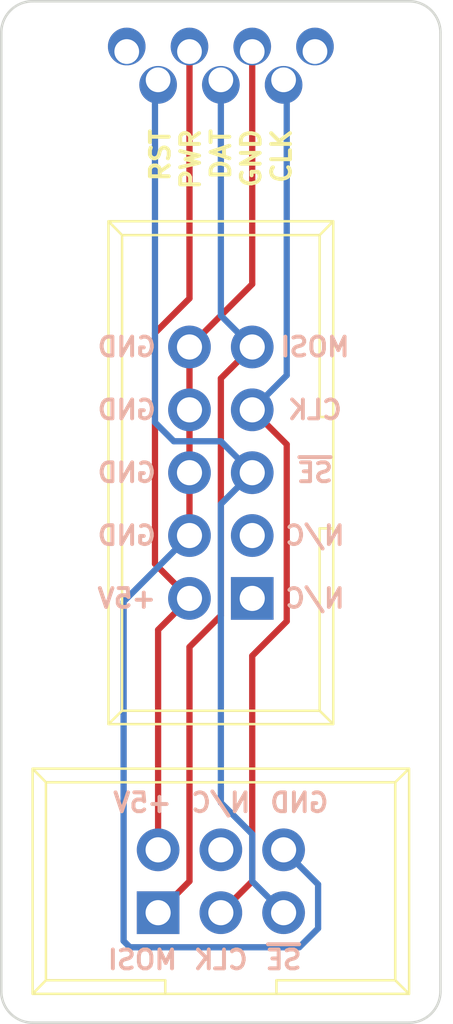
<source format=kicad_pcb>
(kicad_pcb (version 20171130) (host pcbnew "(5.1.2)-1")

  (general
    (thickness 1.6)
    (drawings 25)
    (tracks 50)
    (zones 0)
    (modules 9)
    (nets 9)
  )

  (page USLetter)
  (layers
    (0 F.Cu signal)
    (31 B.Cu signal)
    (36 B.SilkS user)
    (37 F.SilkS user)
    (38 B.Mask user hide)
    (39 F.Mask user hide)
    (40 Dwgs.User user hide)
    (41 Cmts.User user hide)
    (44 Edge.Cuts user)
    (45 Margin user)
    (46 B.CrtYd user)
    (47 F.CrtYd user)
  )

  (setup
    (last_trace_width 0.254)
    (trace_clearance 0.2032)
    (zone_clearance 0.3556)
    (zone_45_only no)
    (trace_min 0.2)
    (via_size 0.6096)
    (via_drill 0.4064)
    (via_min_size 0.4)
    (via_min_drill 0.3)
    (uvia_size 0.3048)
    (uvia_drill 0.1016)
    (uvias_allowed no)
    (uvia_min_size 0.2)
    (uvia_min_drill 0.1)
    (edge_width 0.1016)
    (segment_width 0.1016)
    (pcb_text_width 0.3)
    (pcb_text_size 1.5 1.5)
    (mod_edge_width 0.15)
    (mod_text_size 1 1)
    (mod_text_width 0.15)
    (pad_size 1.524 1.524)
    (pad_drill 1)
    (pad_to_mask_clearance 0.0508)
    (solder_mask_min_width 0.25)
    (aux_axis_origin 0 0)
    (visible_elements 7FFFFF7F)
    (pcbplotparams
      (layerselection 0x010f0_ffffffff)
      (usegerberextensions false)
      (usegerberattributes false)
      (usegerberadvancedattributes false)
      (creategerberjobfile false)
      (excludeedgelayer true)
      (linewidth 0.304800)
      (plotframeref false)
      (viasonmask false)
      (mode 1)
      (useauxorigin false)
      (hpglpennumber 1)
      (hpglpenspeed 20)
      (hpglpendiameter 15.000000)
      (psnegative false)
      (psa4output false)
      (plotreference true)
      (plotvalue true)
      (plotinvisibletext false)
      (padsonsilk false)
      (subtractmaskfromsilk false)
      (outputformat 1)
      (mirror false)
      (drillshape 0)
      (scaleselection 1)
      (outputdirectory "gerbs/"))
  )

  (net 0 "")
  (net 1 /pwr)
  (net 2 /att_reset)
  (net 3 /att_data)
  (net 4 GNDREF)
  (net 5 /att_clk)
  (net 6 "Net-(CON1-Pad4)")
  (net 7 "Net-(CON2-Pad1)")
  (net 8 "Net-(CON2-Pad3)")

  (net_class Default "This is the default net class."
    (clearance 0.2032)
    (trace_width 0.254)
    (via_dia 0.6096)
    (via_drill 0.4064)
    (uvia_dia 0.3048)
    (uvia_drill 0.1016)
    (add_net /att_clk)
    (add_net /att_data)
    (add_net /att_reset)
    (add_net /pwr)
    (add_net GNDREF)
    (add_net "Net-(CON1-Pad4)")
    (add_net "Net-(CON2-Pad1)")
    (add_net "Net-(CON2-Pad3)")
  )

  (net_class PWR ""
    (clearance 0.3048)
    (trace_width 0.4064)
    (via_dia 0.6096)
    (via_drill 0.4064)
    (uvia_dia 0.3048)
    (uvia_drill 0.1016)
  )

  (net_class Thick ""
    (clearance 0.3048)
    (trace_width 0.8128)
    (via_dia 0.6096)
    (via_drill 0.4064)
    (uvia_dia 0.3048)
    (uvia_drill 0.1016)
  )

  (module Mounting_Holes:MountingHole_3.2mm_M3 (layer F.Cu) (tedit 5CD0E3C3) (tstamp 5CAC1E43)
    (at 34.544 40.64)
    (descr "Mounting Hole 3.2mm, no annular, M3")
    (tags "mounting hole 3.2mm no annular m3")
    (attr virtual)
    (fp_text reference HOLE4 (at 0 -4.2) (layer F.SilkS) hide
      (effects (font (size 1 1) (thickness 0.15)))
    )
    (fp_text value MountingHole_3.2mm_M3 (at 0 4.2) (layer F.Fab)
      (effects (font (size 1 1) (thickness 0.15)))
    )
    (fp_circle (center 0 0) (end 1.905 0) (layer F.CrtYd) (width 0.05))
    (fp_circle (center 0 0) (end 1.778 0) (layer Cmts.User) (width 0.15))
    (fp_text user %R (at 0.3 0) (layer F.Fab)
      (effects (font (size 1 1) (thickness 0.15)))
    )
    (pad "" np_thru_hole circle (at 0 0) (size 2.999999 2.999999) (drill 2.999999) (layers *.Cu *.Mask))
  )

  (module Connectors:IDC_Header_Straight_6pins (layer F.Cu) (tedit 5CD0E00C) (tstamp 5CD0FAFA)
    (at 25.4 48.895)
    (descr "6 pins through hole IDC header")
    (tags "IDC header socket VASCH AVR ISP")
    (path /5CD0E261)
    (fp_text reference CON1 (at 3 -7.5) (layer F.SilkS) hide
      (effects (font (size 1 1) (thickness 0.15)))
    )
    (fp_text value AVR-TPI-6 (at 3 5) (layer F.Fab)
      (effects (font (size 1 1) (thickness 0.15)))
    )
    (fp_line (start -5.08 -5.82) (end 10.16 -5.82) (layer F.SilkS) (width 0.1))
    (fp_line (start -4.54 -5.27) (end 9.6 -5.27) (layer F.SilkS) (width 0.1))
    (fp_line (start -5.08 3.28) (end 10.16 3.28) (layer F.SilkS) (width 0.1))
    (fp_line (start -4.54 2.73) (end 0.29 2.73) (layer F.SilkS) (width 0.1))
    (fp_line (start 4.79 2.73) (end 9.6 2.73) (layer F.SilkS) (width 0.1))
    (fp_line (start 0.29 2.73) (end 0.29 3.28) (layer F.SilkS) (width 0.1))
    (fp_line (start 4.79 2.73) (end 4.79 3.28) (layer F.SilkS) (width 0.1))
    (fp_line (start -5.08 -5.82) (end -5.08 3.28) (layer F.SilkS) (width 0.1))
    (fp_line (start -4.54 -5.27) (end -4.54 2.73) (layer F.SilkS) (width 0.1))
    (fp_line (start 10.16 -5.82) (end 10.16 3.28) (layer F.SilkS) (width 0.1))
    (fp_line (start 9.6 -5.27) (end 9.6 2.73) (layer F.SilkS) (width 0.1))
    (fp_line (start -5.08 -5.82) (end -4.54 -5.27) (layer F.SilkS) (width 0.1))
    (fp_line (start 10.16 -5.82) (end 9.6 -5.27) (layer F.SilkS) (width 0.1))
    (fp_line (start -5.08 3.28) (end -4.54 2.73) (layer F.SilkS) (width 0.1))
    (fp_line (start 10.16 3.28) (end 9.6 2.73) (layer F.SilkS) (width 0.1))
    (fp_line (start -5.58 -6.32) (end 10.66 -6.32) (layer F.CrtYd) (width 0.05))
    (fp_line (start 10.66 -6.32) (end 10.66 3.78) (layer F.CrtYd) (width 0.05))
    (fp_line (start 10.66 3.78) (end -5.58 3.78) (layer F.CrtYd) (width 0.05))
    (fp_line (start -5.58 3.78) (end -5.58 -6.32) (layer F.CrtYd) (width 0.05))
    (fp_text user 1 (at 0.02 1.72) (layer F.SilkS) hide
      (effects (font (size 1 1) (thickness 0.12)))
    )
    (pad 1 thru_hole rect (at 0 0) (size 1.7272 1.7272) (drill 1.016) (layers *.Cu *.Mask)
      (net 3 /att_data))
    (pad 2 thru_hole oval (at 0 -2.54) (size 1.7272 1.7272) (drill 1.016) (layers *.Cu *.Mask)
      (net 1 /pwr))
    (pad 3 thru_hole oval (at 2.54 0) (size 1.7272 1.7272) (drill 1.016) (layers *.Cu *.Mask)
      (net 5 /att_clk))
    (pad 4 thru_hole oval (at 2.54 -2.54) (size 1.7272 1.7272) (drill 1.016) (layers *.Cu *.Mask)
      (net 6 "Net-(CON1-Pad4)"))
    (pad 5 thru_hole oval (at 5.08 0) (size 1.7272 1.7272) (drill 1.016) (layers *.Cu *.Mask)
      (net 2 /att_reset))
    (pad 6 thru_hole oval (at 5.08 -2.54) (size 1.7272 1.7272) (drill 1.016) (layers *.Cu *.Mask)
      (net 4 GNDREF))
  )

  (module Connectors:IDC_Header_Straight_10pins (layer F.Cu) (tedit 5CD0DF74) (tstamp 5CD0FA8F)
    (at 29.21 36.195 90)
    (descr "10 pins through hole IDC header")
    (tags "IDC header socket VASCH")
    (path /5CD0E990)
    (fp_text reference CON2 (at 5.08 -7.62 90) (layer F.SilkS) hide
      (effects (font (size 1 1) (thickness 0.15)))
    )
    (fp_text value AVR-ISP-10 (at 5.08 5.223 90) (layer F.Fab)
      (effects (font (size 1 1) (thickness 0.15)))
    )
    (fp_line (start -5.08 -5.82) (end 15.24 -5.82) (layer F.SilkS) (width 0.1))
    (fp_line (start -4.54 -5.27) (end 14.68 -5.27) (layer F.SilkS) (width 0.1))
    (fp_line (start -5.08 3.28) (end 15.24 3.28) (layer F.SilkS) (width 0.1))
    (fp_line (start -4.54 2.73) (end 2.83 2.73) (layer F.SilkS) (width 0.1))
    (fp_line (start 7.33 2.73) (end 14.68 2.73) (layer F.SilkS) (width 0.1))
    (fp_line (start 2.83 2.73) (end 2.83 3.28) (layer F.SilkS) (width 0.1))
    (fp_line (start 7.33 2.73) (end 7.33 3.28) (layer F.SilkS) (width 0.1))
    (fp_line (start -5.08 -5.82) (end -5.08 3.28) (layer F.SilkS) (width 0.1))
    (fp_line (start -4.54 -5.27) (end -4.54 2.73) (layer F.SilkS) (width 0.1))
    (fp_line (start 15.24 -5.82) (end 15.24 3.28) (layer F.SilkS) (width 0.1))
    (fp_line (start 14.68 -5.27) (end 14.68 2.73) (layer F.SilkS) (width 0.1))
    (fp_line (start -5.08 -5.82) (end -4.54 -5.27) (layer F.SilkS) (width 0.1))
    (fp_line (start 15.24 -5.82) (end 14.68 -5.27) (layer F.SilkS) (width 0.1))
    (fp_line (start -5.08 3.28) (end -4.54 2.73) (layer F.SilkS) (width 0.1))
    (fp_line (start 15.24 3.28) (end 14.68 2.73) (layer F.SilkS) (width 0.1))
    (fp_line (start -5.58 -6.32) (end 15.74 -6.32) (layer F.CrtYd) (width 0.05))
    (fp_line (start 15.74 -6.32) (end 15.74 3.78) (layer F.CrtYd) (width 0.05))
    (fp_line (start 15.74 3.78) (end -5.58 3.78) (layer F.CrtYd) (width 0.05))
    (fp_line (start -5.58 3.78) (end -5.58 -6.32) (layer F.CrtYd) (width 0.05))
    (fp_text user 1 (at 0.02 1.72 90) (layer F.SilkS) hide
      (effects (font (size 1 1) (thickness 0.12)))
    )
    (pad 1 thru_hole rect (at 0 0 90) (size 1.7272 1.7272) (drill 1.016) (layers *.Cu *.Mask)
      (net 7 "Net-(CON2-Pad1)"))
    (pad 2 thru_hole oval (at 0 -2.54 90) (size 1.7272 1.7272) (drill 1.016) (layers *.Cu *.Mask)
      (net 1 /pwr))
    (pad 3 thru_hole oval (at 2.54 0 90) (size 1.7272 1.7272) (drill 1.016) (layers *.Cu *.Mask)
      (net 8 "Net-(CON2-Pad3)"))
    (pad 4 thru_hole oval (at 2.54 -2.54 90) (size 1.7272 1.7272) (drill 1.016) (layers *.Cu *.Mask)
      (net 4 GNDREF))
    (pad 5 thru_hole oval (at 5.08 0 90) (size 1.7272 1.7272) (drill 1.016) (layers *.Cu *.Mask)
      (net 2 /att_reset))
    (pad 6 thru_hole oval (at 5.08 -2.54 90) (size 1.7272 1.7272) (drill 1.016) (layers *.Cu *.Mask)
      (net 4 GNDREF))
    (pad 7 thru_hole oval (at 7.62 0 90) (size 1.7272 1.7272) (drill 1.016) (layers *.Cu *.Mask)
      (net 5 /att_clk))
    (pad 8 thru_hole oval (at 7.62 -2.54 90) (size 1.7272 1.7272) (drill 1.016) (layers *.Cu *.Mask)
      (net 4 GNDREF))
    (pad 9 thru_hole oval (at 10.16 0 90) (size 1.7272 1.7272) (drill 1.016) (layers *.Cu *.Mask)
      (net 3 /att_data))
    (pad 10 thru_hole oval (at 10.16 -2.54 90) (size 1.7272 1.7272) (drill 1.016) (layers *.Cu *.Mask)
      (net 4 GNDREF))
  )

  (module Wire_Pads:SolderWirePad_single_1mmDrill (layer F.Cu) (tedit 5CE1FE87) (tstamp 5CC60BEB)
    (at 31.75 14.097 90)
    (fp_text reference HOLE6 (at 0 -3.81 90) (layer F.SilkS) hide
      (effects (font (size 1 1) (thickness 0.15)))
    )
    (fp_text value SolderWirePad_single_1mmDrill (at -1.905 3.175 90) (layer F.Fab)
      (effects (font (size 1 1) (thickness 0.15)))
    )
    (pad 1 thru_hole oval (at 0 0 90) (size 1.524 1.524) (drill 1 (offset 0.2032 0)) (layers *.Cu *.Mask))
  )

  (module Mounting_Holes:MountingHole_3.2mm_M3 (layer F.Cu) (tedit 5CABC135) (tstamp 5CAC1F8E)
    (at 33.655 18.415)
    (descr "Mounting Hole 3.2mm, no annular, M3")
    (tags "mounting hole 3.2mm no annular m3")
    (attr virtual)
    (fp_text reference HOLE2 (at 0 -4.2) (layer F.SilkS) hide
      (effects (font (size 1 1) (thickness 0.15)))
    )
    (fp_text value MountingHole_3.2mm_M3 (at 0 4.2) (layer F.Fab)
      (effects (font (size 1 1) (thickness 0.15)))
    )
    (fp_circle (center 0 0) (end 1.905 0) (layer F.CrtYd) (width 0.05))
    (fp_circle (center 0 0) (end 1.778 0) (layer Cmts.User) (width 0.15))
    (fp_text user %R (at 0.3 0) (layer F.Fab)
      (effects (font (size 1 1) (thickness 0.15)))
    )
    (pad "" np_thru_hole circle (at 0 0) (size 3 3) (drill 3) (layers *.Cu *.Mask))
  )

  (module Mounting_Holes:MountingHole_3.2mm_M3 (layer F.Cu) (tedit 5CABC135) (tstamp 5CD10F46)
    (at 21.336 40.64)
    (descr "Mounting Hole 3.2mm, no annular, M3")
    (tags "mounting hole 3.2mm no annular m3")
    (attr virtual)
    (fp_text reference HOLE3 (at 0 -4.2) (layer F.SilkS) hide
      (effects (font (size 1 1) (thickness 0.15)))
    )
    (fp_text value MountingHole_3.2mm_M3 (at 0 4.2) (layer F.Fab)
      (effects (font (size 1 1) (thickness 0.15)))
    )
    (fp_text user %R (at 0.3 0) (layer F.Fab)
      (effects (font (size 1 1) (thickness 0.15)))
    )
    (fp_circle (center 0 0) (end 1.778 0) (layer Cmts.User) (width 0.15))
    (fp_circle (center 0 0) (end 1.905 0) (layer F.CrtYd) (width 0.05))
    (pad "" np_thru_hole circle (at 0 0) (size 3 3) (drill 3) (layers *.Cu *.Mask))
  )

  (module Mounting_Holes:MountingHole_3.2mm_M3 (layer F.Cu) (tedit 5CABC135) (tstamp 5CAC1D20)
    (at 22.225 18.415)
    (descr "Mounting Hole 3.2mm, no annular, M3")
    (tags "mounting hole 3.2mm no annular m3")
    (attr virtual)
    (fp_text reference HOLE1 (at 0 -4.2) (layer F.SilkS) hide
      (effects (font (size 1 1) (thickness 0.15)))
    )
    (fp_text value MountingHole_3.2mm_M3 (at 0 4.2) (layer F.Fab)
      (effects (font (size 1 1) (thickness 0.15)))
    )
    (fp_text user %R (at 0.3 0) (layer F.Fab)
      (effects (font (size 1 1) (thickness 0.15)))
    )
    (fp_circle (center 0 0) (end 1.778 0) (layer Cmts.User) (width 0.15))
    (fp_circle (center 0 0) (end 1.905 0) (layer F.CrtYd) (width 0.05))
    (pad "" np_thru_hole circle (at 0 0) (size 3 3) (drill 3) (layers *.Cu *.Mask))
  )

  (module SMOL_footprints:edgeconn (layer F.Cu) (tedit 5CC60A11) (tstamp 5CAC0BA6)
    (at 25.4 14.605 90)
    (descr "Through hole straight pin header, 1x06, 2.00mm pitch, single row")
    (tags "Through hole pin header THT 1x06 2.00mm single row")
    (path /5BDCB3F8)
    (fp_text reference J2 (at 0 -2.06 90) (layer F.SilkS) hide
      (effects (font (size 1 1) (thickness 0.15)))
    )
    (fp_text value Conn_01x05 (at 0.127 6.35 90) (layer F.Fab)
      (effects (font (size 1 1) (thickness 0.15)))
    )
    (fp_line (start -1.5 -0.611) (end -1.5 5.658) (layer F.CrtYd) (width 0.05))
    (fp_line (start -1.5 5.658) (end 1.5 5.658) (layer F.CrtYd) (width 0.05))
    (fp_line (start 1.5 5.658) (end 1.5 -0.611) (layer F.CrtYd) (width 0.05))
    (fp_line (start 1.5 -0.611) (end -1.5 -0.611) (layer F.CrtYd) (width 0.05))
    (fp_text user %R (at 0 -2.06 90) (layer F.Fab)
      (effects (font (size 1 1) (thickness 0.15)))
    )
    (pad 1 thru_hole oval (at -0.635 0 90) (size 1.524 1.524) (drill 1 (offset -0.2032 0)) (layers *.Cu *.Mask)
      (net 2 /att_reset))
    (pad 2 thru_hole oval (at 0.508 1.27 90) (size 1.524 1.524) (drill 1 (offset 0.2032 0)) (layers *.Cu *.Mask)
      (net 1 /pwr))
    (pad 3 thru_hole oval (at -0.635 2.54 90) (size 1.524 1.524) (drill 1 (offset -0.2032 0)) (layers *.Cu *.Mask)
      (net 3 /att_data))
    (pad 4 thru_hole oval (at 0.508 3.81 90) (size 1.524 1.524) (drill 1 (offset 0.2032 0)) (layers *.Cu *.Mask)
      (net 4 GNDREF))
    (pad 5 thru_hole oval (at -0.635 5.08 90) (size 1.524 1.524) (drill 1 (offset -0.2032 0)) (layers *.Cu *.Mask)
      (net 5 /att_clk))
    (model ${KISYS3DMOD}/Pin_Headers.3dshapes/Pin_Header_Straight_1x06_Pitch2.00mm.wrl
      (at (xyz 0 0 0))
      (scale (xyz 1 1 1))
      (rotate (xyz 0 0 0))
    )
  )

  (module Wire_Pads:SolderWirePad_single_1mmDrill (layer F.Cu) (tedit 5CE1FE52) (tstamp 5CC608EC)
    (at 24.13 14.097 90)
    (fp_text reference HOLE5 (at 0 -3.81 90) (layer F.SilkS) hide
      (effects (font (size 1 1) (thickness 0.15)))
    )
    (fp_text value SolderWirePad_single_1mmDrill (at -1.905 3.175 90) (layer F.Fab)
      (effects (font (size 1 1) (thickness 0.15)))
    )
    (pad 1 thru_hole oval (at 0 0 90) (size 1.524 1.524) (drill 1 (offset 0.2032 0)) (layers *.Cu *.Mask))
  )

  (gr_text CLK (at 31.75 28.575) (layer B.SilkS) (tstamp 5CD112AD)
    (effects (font (size 0.762 0.762) (thickness 0.15875)) (justify mirror))
  )
  (gr_text MOSI (at 31.75 26.035) (layer B.SilkS) (tstamp 5CD11249)
    (effects (font (size 0.762 0.762) (thickness 0.15875)) (justify mirror))
  )
  (gr_text ~SE (at 31.75 31.115) (layer B.SilkS) (tstamp 5CD11229)
    (effects (font (size 0.762 0.762) (thickness 0.15875)) (justify mirror))
  )
  (gr_text N/C (at 31.75 36.195) (layer B.SilkS) (tstamp 5CD11209)
    (effects (font (size 0.762 0.762) (thickness 0.15875)) (justify mirror))
  )
  (gr_text N/C (at 31.75 33.655) (layer B.SilkS) (tstamp 5CD111C3)
    (effects (font (size 0.762 0.762) (thickness 0.15875)) (justify mirror))
  )
  (gr_text +5V (at 24.13 36.195) (layer B.SilkS) (tstamp 5CD111A3)
    (effects (font (size 0.762 0.762) (thickness 0.15875)) (justify mirror))
  )
  (gr_text GND (at 24.13 26.035) (layer B.SilkS) (tstamp 5CD11183)
    (effects (font (size 0.762 0.762) (thickness 0.15875)) (justify mirror))
  )
  (gr_text GND (at 24.13 28.575) (layer B.SilkS) (tstamp 5CD11181)
    (effects (font (size 0.762 0.762) (thickness 0.15875)) (justify mirror))
  )
  (gr_text GND (at 24.13 31.115) (layer B.SilkS) (tstamp 5CD1117F)
    (effects (font (size 0.762 0.762) (thickness 0.15875)) (justify mirror))
  )
  (gr_text GND (at 24.13 33.655) (layer B.SilkS) (tstamp 5CD1117D)
    (effects (font (size 0.762 0.762) (thickness 0.15875)) (justify mirror))
  )
  (gr_text CLK (at 27.94 50.8) (layer B.SilkS) (tstamp 5CD1105C)
    (effects (font (size 0.762 0.762) (thickness 0.15875)) (justify mirror))
  )
  (gr_text ~SE (at 30.48 50.8) (layer B.SilkS) (tstamp 5CD11039)
    (effects (font (size 0.762 0.762) (thickness 0.15875)) (justify mirror))
  )
  (gr_text N/C (at 27.94 44.45) (layer B.SilkS) (tstamp 5CC40496)
    (effects (font (size 0.762 0.762) (thickness 0.15875)) (justify mirror))
  )
  (gr_text MOSI (at 24.765 50.8) (layer B.SilkS) (tstamp 5CC4048D)
    (effects (font (size 0.762 0.762) (thickness 0.15875)) (justify mirror))
  )
  (gr_text +5V (at 24.765 44.45) (layer B.SilkS) (tstamp 5CC40487)
    (effects (font (size 0.762 0.762) (thickness 0.15875)) (justify mirror))
  )
  (gr_text GND (at 31.115 44.45) (layer B.SilkS) (tstamp 5CC4047E)
    (effects (font (size 0.762 0.762) (thickness 0.15875)) (justify mirror))
  )
  (gr_arc (start 20.32 52.07) (end 19.05 52.07) (angle -90) (layer Edge.Cuts) (width 0.1016))
  (gr_arc (start 35.56 52.07) (end 35.56 53.34) (angle -90) (layer Edge.Cuts) (width 0.1016))
  (gr_arc (start 35.56 13.335) (end 36.83 13.335) (angle -90) (layer Edge.Cuts) (width 0.1016))
  (gr_arc (start 20.32 13.335) (end 20.32 12.065) (angle -90) (layer Edge.Cuts) (width 0.1016))
  (gr_line (start 35.56 12.065) (end 20.32 12.065) (layer Edge.Cuts) (width 0.1016))
  (gr_line (start 36.83 52.07) (end 36.83 13.335) (layer Edge.Cuts) (width 0.1016))
  (gr_line (start 20.32 53.34) (end 35.56 53.34) (layer Edge.Cuts) (width 0.1016))
  (gr_line (start 19.05 13.335) (end 19.05 52.07) (layer Edge.Cuts) (width 0.1016))
  (gr_text "RST\nPWR\nDAT\nGND\nCLK" (at 27.94 17.145 90) (layer F.SilkS)
    (effects (font (size 0.762 0.762) (thickness 0.15875)) (justify right))
  )

  (segment (start 25.4 37.465) (end 25.4 46.355) (width 0.254) (layer F.Cu) (net 1))
  (segment (start 26.67 36.195) (end 25.4 37.465) (width 0.254) (layer F.Cu) (net 1))
  (segment (start 25.806401 35.331401) (end 26.67 36.195) (width 0.254) (layer F.Cu) (net 1))
  (segment (start 25.273 34.798) (end 25.806401 35.331401) (width 0.254) (layer F.Cu) (net 1))
  (segment (start 25.273 25.469087) (end 25.273 34.798) (width 0.254) (layer F.Cu) (net 1))
  (segment (start 26.67 14.097) (end 26.67 24.072087) (width 0.254) (layer F.Cu) (net 1))
  (segment (start 26.67 24.072087) (end 25.273 25.469087) (width 0.254) (layer F.Cu) (net 1))
  (segment (start 29.616401 48.031401) (end 30.48 48.895) (width 0.254) (layer B.Cu) (net 2))
  (segment (start 29.21 47.625) (end 29.616401 48.031401) (width 0.254) (layer B.Cu) (net 2))
  (segment (start 29.21 45.72) (end 29.21 47.625) (width 0.254) (layer B.Cu) (net 2))
  (segment (start 27.94 44.45) (end 29.21 45.72) (width 0.254) (layer B.Cu) (net 2))
  (segment (start 29.21 31.115) (end 27.94 32.385) (width 0.254) (layer B.Cu) (net 2))
  (segment (start 27.94 32.385) (end 27.94 44.45) (width 0.254) (layer B.Cu) (net 2))
  (segment (start 28.346401 30.251401) (end 29.21 31.115) (width 0.254) (layer B.Cu) (net 2))
  (segment (start 27.94 29.845) (end 28.346401 30.251401) (width 0.254) (layer B.Cu) (net 2))
  (segment (start 26.035 29.845) (end 27.94 29.845) (width 0.254) (layer B.Cu) (net 2))
  (segment (start 25.273 29.083) (end 26.035 29.845) (width 0.254) (layer B.Cu) (net 2))
  (segment (start 25.4 15.24) (end 25.273 15.367) (width 0.254) (layer B.Cu) (net 2))
  (segment (start 25.273 15.367) (end 25.273 29.083) (width 0.254) (layer B.Cu) (net 2))
  (segment (start 27.94 24.765) (end 29.21 26.035) (width 0.254) (layer B.Cu) (net 3))
  (segment (start 27.94 15.24) (end 27.94 24.765) (width 0.254) (layer B.Cu) (net 3))
  (segment (start 28.346401 26.898599) (end 29.21 26.035) (width 0.254) (layer F.Cu) (net 3))
  (segment (start 27.94 27.305) (end 28.346401 26.898599) (width 0.254) (layer F.Cu) (net 3))
  (segment (start 27.94 36.887913) (end 27.94 27.305) (width 0.254) (layer F.Cu) (net 3))
  (segment (start 26.67 38.157913) (end 27.94 36.887913) (width 0.254) (layer F.Cu) (net 3))
  (segment (start 25.4 48.895) (end 26.67 47.625) (width 0.254) (layer F.Cu) (net 3))
  (segment (start 26.67 47.625) (end 26.67 38.157913) (width 0.254) (layer F.Cu) (net 3))
  (segment (start 26.67 33.655) (end 26.67 31.115) (width 0.254) (layer F.Cu) (net 4))
  (segment (start 26.67 31.115) (end 26.67 28.575) (width 0.254) (layer F.Cu) (net 4))
  (segment (start 26.67 28.575) (end 26.67 26.035) (width 0.254) (layer F.Cu) (net 4))
  (segment (start 29.21 23.495) (end 29.21 14.097) (width 0.254) (layer F.Cu) (net 4))
  (segment (start 26.67 26.035) (end 29.21 23.495) (width 0.254) (layer F.Cu) (net 4))
  (segment (start 24.003 36.322) (end 25.806401 34.518599) (width 0.254) (layer B.Cu) (net 4))
  (segment (start 31.877 47.752) (end 31.877 49.53) (width 0.254) (layer B.Cu) (net 4))
  (segment (start 25.806401 34.518599) (end 26.67 33.655) (width 0.254) (layer B.Cu) (net 4))
  (segment (start 30.48 46.355) (end 31.877 47.752) (width 0.254) (layer B.Cu) (net 4))
  (segment (start 31.115 50.292) (end 24.257 50.292) (width 0.254) (layer B.Cu) (net 4))
  (segment (start 24.257 50.292) (end 24.003 50.038) (width 0.254) (layer B.Cu) (net 4))
  (segment (start 31.877 49.53) (end 31.115 50.292) (width 0.254) (layer B.Cu) (net 4))
  (segment (start 24.003 50.038) (end 24.003 36.322) (width 0.254) (layer B.Cu) (net 4))
  (segment (start 30.073599 29.438599) (end 29.21 28.575) (width 0.254) (layer F.Cu) (net 5))
  (segment (start 30.607 29.972) (end 30.073599 29.438599) (width 0.254) (layer F.Cu) (net 5))
  (segment (start 30.607 37.119562) (end 30.607 29.972) (width 0.254) (layer F.Cu) (net 5))
  (segment (start 29.21 38.516562) (end 30.607 37.119562) (width 0.254) (layer F.Cu) (net 5))
  (segment (start 27.94 48.895) (end 29.21 47.625) (width 0.254) (layer F.Cu) (net 5))
  (segment (start 29.21 47.625) (end 29.21 38.516562) (width 0.254) (layer F.Cu) (net 5))
  (segment (start 30.073599 27.711401) (end 29.21 28.575) (width 0.254) (layer B.Cu) (net 5))
  (segment (start 30.607 27.178) (end 30.073599 27.711401) (width 0.254) (layer B.Cu) (net 5))
  (segment (start 30.48 15.24) (end 30.607 15.367) (width 0.254) (layer B.Cu) (net 5))
  (segment (start 30.607 15.367) (end 30.607 27.178) (width 0.254) (layer B.Cu) (net 5))

)

</source>
